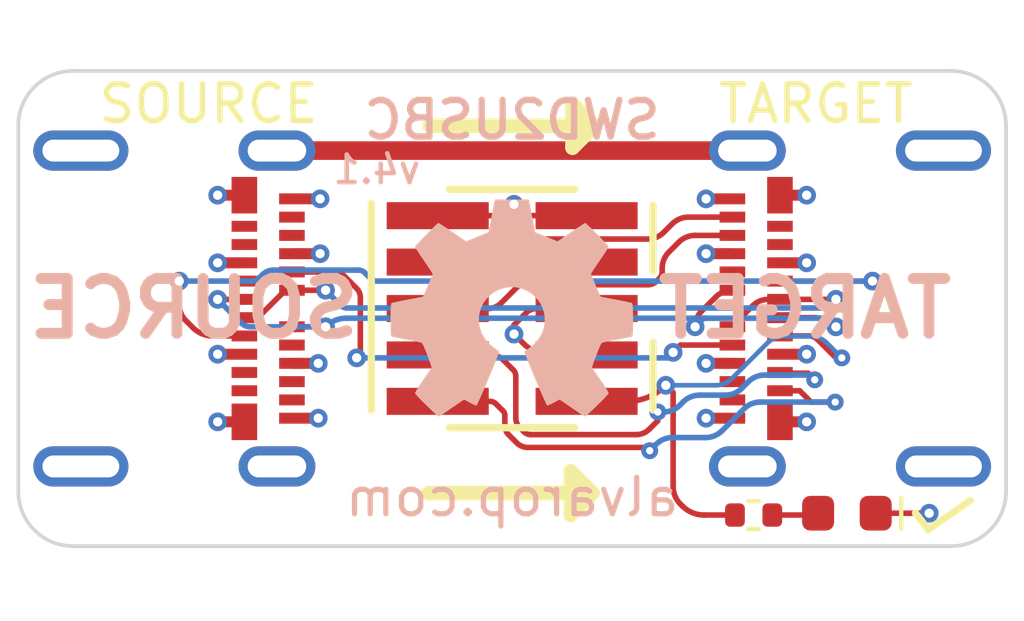
<source format=kicad_pcb>
(kicad_pcb (version 20240108) (generator "pcbnew") (generator_version "8.0")
  (title_block (title "SWD to USB-C") (date "2024-12-31") (rev "4.1") (company "Quesadillon LLC"))
  (layers (0 "F.Cu" signal) (1 "In1.Cu" signal "GND") (2 "In2.Cu" signal "PWR") (31 "B.Cu" signal) (34 "B.Paste" user) (35 "F.Paste" user) (36 "B.SilkS" user "B.Silkscreen") (37 "F.SilkS" user "F.Silkscreen") (38 "B.Mask" user) (39 "F.Mask" user) (44 "Edge.Cuts" user))
  (net 0 "")
  (net 1 "VBUS")
  (net 2 "GND")
  (net 3 "Net-(D1-A)")
  (net 4 "/D+")
  (net 5 "/D-")
  (net 8 "/SWDIO")
  (net 9 "/SWDCLK")
  (net 10 "/SWO")
  (net 13 "/NRST")
  (net 14 "/CC1")
  (net 15 "/CC2")
  (net 16 "/SBU2")
  (net 19 "/SHIELD")
  (footprint "alvarop:MOLEX-1054500101" (layer "F.Cu") (at 174.93 100 90)
    (property "Reference" "J3" (hide yes))
    (property "Value" "USB_C_Receptacle" (hide yes))
    (pad "A1" smd rect (at -3 -0.41 90) (size 0.3 0.7) (layers "F.Cu" "F.Paste" "F.Mask") (net 2 "GND"))
    (pad "A2" smd rect (at -2.5 -0.41 90) (size 0.3 0.7) (layers "F.Cu" "F.Paste" "F.Mask"))
    (pad "A3" smd rect (at -2 -0.41 90) (size 0.3 0.7) (layers "F.Cu" "F.Paste" "F.Mask"))
    (pad "A4" smd rect (at -1.5 -0.41 90) (size 0.3 0.7) (layers "F.Cu" "F.Paste" "F.Mask") (net 1 "VBUS"))
    (pad "A5" smd rect (at -1 -0.41 90) (size 0.3 0.7) (layers "F.Cu" "F.Paste" "F.Mask") (net 14 "/CC1"))
    (pad "A6" smd rect (at -0.5 -0.41 90) (size 0.3 0.7) (layers "F.Cu" "F.Paste" "F.Mask") (net 4 "/D+"))
    (pad "A7" smd rect (at 0.5 -0.41 90) (size 0.3 0.7) (layers "F.Cu" "F.Paste" "F.Mask") (net 5 "/D-"))
    (pad "A8" smd rect (at 1 -0.41 90) (size 0.3 0.7) (layers "F.Cu" "F.Paste" "F.Mask"))
    (pad "A9" smd rect (at 1.5 -0.41 90) (size 0.3 0.7) (layers "F.Cu" "F.Paste" "F.Mask") (net 1 "VBUS"))
    (pad "A10" smd rect (at 2 -0.41 90) (size 0.3 0.7) (layers "F.Cu" "F.Paste" "F.Mask") (net 10 "/SWO"))
    (pad "A11" smd rect (at 2.5 -0.41 90) (size 0.3 0.7) (layers "F.Cu" "F.Paste" "F.Mask") (net 13 "/NRST"))
    (pad "A12" smd rect (at 3 -0.41 90) (size 0.3 0.7) (layers "F.Cu" "F.Paste" "F.Mask") (net 2 "GND"))
    (pad "B1" smd rect (at 3.1 0.89 90) (size 1 0.7) (layers "F.Cu" "F.Paste" "F.Mask") (net 2 "GND"))
    (pad "B2" smd rect (at 2.25 0.89 90) (size 0.3 0.7) (layers "F.Cu" "F.Paste" "F.Mask"))
    (pad "B3" smd rect (at 1.75 0.89 90) (size 0.3 0.7) (layers "F.Cu" "F.Paste" "F.Mask"))
    (pad "B4" smd rect (at 1.25 0.89 90) (size 0.3 0.7) (layers "F.Cu" "F.Paste" "F.Mask") (net 1 "VBUS"))
    (pad "B5" smd rect (at 0.75 0.89 90) (size 0.3 0.7) (layers "F.Cu" "F.Paste" "F.Mask") (net 15 "/CC2"))
    (pad "B6" smd rect (at 0.25 0.89 90) (size 0.3 0.7) (layers "F.Cu" "F.Paste" "F.Mask") (net 4 "/D+"))
    (pad "B7" smd rect (at -0.25 0.89 90) (size 0.3 0.7) (layers "F.Cu" "F.Paste" "F.Mask") (net 5 "/D-"))
    (pad "B8" smd rect (at -0.75 0.89 90) (size 0.3 0.7) (layers "F.Cu" "F.Paste" "F.Mask") (net 16 "/SBU2"))
    (pad "B9" smd rect (at -1.25 0.89 90) (size 0.3 0.7) (layers "F.Cu" "F.Paste" "F.Mask") (net 1 "VBUS"))
    (pad "B10" smd rect (at -1.75 0.89 90) (size 0.3 0.7) (layers "F.Cu" "F.Paste" "F.Mask") (net 9 "/SWDCLK"))
    (pad "B11" smd rect (at -2.25 0.89 90) (size 0.3 0.7) (layers "F.Cu" "F.Paste" "F.Mask") (net 8 "/SWDIO"))
    (pad "B12" smd rect (at -3.1 0.89 90) (size 1 0.7) (layers "F.Cu" "F.Paste" "F.Mask") (net 2 "GND"))
    (pad "S1" thru_hole oval (at -4.32 0 90) (size 1.1 2.1) (drill oval 0.6 1.6) (layers "*.Cu" "*.Mask") (net 19 "/SHIELD"))
    (pad "S1" thru_hole oval (at -4.32 5.36 90) (size 1.1 2.6) (drill oval 0.6 2.1) (layers "*.Cu" "*.Mask") (net 19 "/SHIELD"))
    (pad "S1" thru_hole oval (at 4.32 0 90) (size 1.1 2.1) (drill oval 0.6 1.6) (layers "*.Cu" "*.Mask") (net 19 "/SHIELD"))
    (pad "S1" thru_hole oval (at 4.32 5.36 90) (size 1.1 2.6) (drill oval 0.6 2.1) (layers "*.Cu" "*.Mask") (net 19 "/SHIELD"))
  )
  (footprint "snapeda:SAMTEC_FTSH-105-01-F-DV-P-TR" (layer "F.Cu") (at 168.5 100 90)
    (property "Reference" "J2" (hide yes))
    (property "Value" "Conn_ARM_JTAG_SWD_10" (hide yes))
    (fp_line (start 3.26 -1.715) (end 3.26 -1.715) (stroke (width 0.2)) (layer "F.SilkS"))
    (fp_line (start 3.26 -1.715) (end 3.26 1.715) (stroke (width 0.2)) (layer "F.SilkS"))
    (fp_line (start -3.26 -1.715) (end -3.26 -1.715) (stroke (width 0.2)) (layer "F.SilkS"))
    (fp_line (start 3.26 1.715) (end 3.26 1.715) (stroke (width 0.2)) (layer "F.SilkS"))
    (fp_line (start -3.26 1.715) (end -3.26 -1.715) (stroke (width 0.2)) (layer "F.SilkS"))
    (fp_line (start -3.26 1.715) (end -3.26 1.715) (stroke (width 0.2)) (layer "F.SilkS"))
    (pad "1" smd rect (at -2.54 2.035 90) (size 0.74 2.79) (layers "F.Cu" "F.Paste" "F.Mask") (net 16 "/SBU2"))
    (pad "2" smd rect (at -2.54 -2.035 90) (size 0.74 2.79) (layers "F.Cu" "F.Paste" "F.Mask") (net 8 "/SWDIO"))
    (pad "3" smd rect (at -1.27 2.035 90) (size 0.74 2.79) (layers "F.Cu" "F.Paste" "F.Mask") (net 2 "GND"))
    (pad "4" smd rect (at -1.27 -2.035 90) (size 0.74 2.79) (layers "F.Cu" "F.Paste" "F.Mask") (net 9 "/SWDCLK"))
    (pad "5" smd rect (at 0 2.035 90) (size 0.74 2.79) (layers "F.Cu" "F.Paste" "F.Mask") (net 2 "GND"))
    (pad "6" smd rect (at 0 -2.035 90) (size 0.74 2.79) (layers "F.Cu" "F.Paste" "F.Mask") (net 10 "/SWO"))
    (pad "7" smd rect (at 1.27 2.035 90) (size 0.74 2.79) (layers "F.Cu" "F.Paste" "F.Mask"))
    (pad "8" smd rect (at 1.27 -2.035 90) (size 0.74 2.79) (layers "F.Cu" "F.Paste" "F.Mask"))
    (pad "9" smd rect (at 2.54 2.035 90) (size 0.74 2.79) (layers "F.Cu" "F.Paste" "F.Mask") (net 2 "GND"))
    (pad "10" smd rect (at 2.54 -2.035 90) (size 0.74 2.79) (layers "F.Cu" "F.Paste" "F.Mask") (net 13 "/NRST"))
  )
  (footprint "LED_SMD:LED_0603_1608Metric" (layer "F.Cu") (at 177.65 105.6 180)
    (property "Reference" "D1" (hide yes))
    (property "Value" "GREEN")
    (fp_line (start -1.485 -0.425) (end -1.485 0.425) (stroke (width 0.12)) (layer "F.SilkS"))
    (pad "1" smd roundrect (at -0.7875 0 180) (size 0.875 0.95) (layers "F.Cu" "F.Paste" "F.Mask") (net 2 "GND"))
    (pad "2" smd roundrect (at 0.7875 0 180) (size 0.875 0.95) (layers "F.Cu" "F.Paste" "F.Mask") (net 3 "Net-(D1-A)"))
  )
  (footprint "Resistor_SMD:R_0402_1005Metric" (layer "F.Cu") (at 175.1 105.65)
    (property "Reference" "R1" (hide yes))
    (property "Value" "1k")
    (fp_line (start -0.153641 -0.38) (end 0.153641 -0.38) (stroke (width 0.12)) (layer "F.SilkS"))
    (fp_line (start -0.153641 0.38) (end 0.153641 0.38) (stroke (width 0.12)) (layer "F.SilkS"))
    (pad "1" smd roundrect (at -0.51 0) (size 0.54 0.64) (layers "F.Cu" "F.Paste" "F.Mask") (net 16 "/SBU2"))
    (pad "2" smd roundrect (at 0.51 0) (size 0.54 0.64) (layers "F.Cu" "F.Paste" "F.Mask") (net 3 "Net-(D1-A)"))
  )
  (footprint "alvarop:MOLEX-1054500101" (layer "F.Cu") (at 162.07 100 -90)
    (property "Reference" "J1" (hide yes))
    (property "Value" "USB_C_Receptacle" (hide yes))
    (pad "A1" smd rect (at -3 -0.41 270) (size 0.3 0.7) (layers "F.Cu" "F.Paste" "F.Mask") (net 2 "GND"))
    (pad "A2" smd rect (at -2.5 -0.41 270) (size 0.3 0.7) (layers "F.Cu" "F.Paste" "F.Mask"))
    (pad "A3" smd rect (at -2 -0.41 270) (size 0.3 0.7) (layers "F.Cu" "F.Paste" "F.Mask"))
    (pad "A4" smd rect (at -1.5 -0.41 270) (size 0.3 0.7) (layers "F.Cu" "F.Paste" "F.Mask") (net 1 "VBUS"))
    (pad "A5" smd rect (at -1 -0.41 270) (size 0.3 0.7) (layers "F.Cu" "F.Paste" "F.Mask") (net 14 "/CC1"))
    (pad "A6" smd rect (at -0.5 -0.41 270) (size 0.3 0.7) (layers "F.Cu" "F.Paste" "F.Mask") (net 4 "/D+"))
    (pad "A7" smd rect (at 0.5 -0.41 270) (size 0.3 0.7) (layers "F.Cu" "F.Paste" "F.Mask") (net 5 "/D-"))
    (pad "A8" smd rect (at 1 -0.41 270) (size 0.3 0.7) (layers "F.Cu" "F.Paste" "F.Mask"))
    (pad "A9" smd rect (at 1.5 -0.41 270) (size 0.3 0.7) (layers "F.Cu" "F.Paste" "F.Mask") (net 1 "VBUS"))
    (pad "A10" smd rect (at 2 -0.41 270) (size 0.3 0.7) (layers "F.Cu" "F.Paste" "F.Mask"))
    (pad "A11" smd rect (at 2.5 -0.41 270) (size 0.3 0.7) (layers "F.Cu" "F.Paste" "F.Mask"))
    (pad "A12" smd rect (at 3 -0.41 270) (size 0.3 0.7) (layers "F.Cu" "F.Paste" "F.Mask") (net 2 "GND"))
    (pad "B1" smd rect (at 3.1 0.89 270) (size 1 0.7) (layers "F.Cu" "F.Paste" "F.Mask") (net 2 "GND"))
    (pad "B2" smd rect (at 2.25 0.89 270) (size 0.3 0.7) (layers "F.Cu" "F.Paste" "F.Mask"))
    (pad "B3" smd rect (at 1.75 0.89 270) (size 0.3 0.7) (layers "F.Cu" "F.Paste" "F.Mask"))
    (pad "B4" smd rect (at 1.25 0.89 270) (size 0.3 0.7) (layers "F.Cu" "F.Paste" "F.Mask") (net 1 "VBUS"))
    (pad "B5" smd rect (at 0.75 0.89 270) (size 0.3 0.7) (layers "F.Cu" "F.Paste" "F.Mask") (net 15 "/CC2"))
    (pad "B6" smd rect (at 0.25 0.89 270) (size 0.3 0.7) (layers "F.Cu" "F.Paste" "F.Mask") (net 4 "/D+"))
    (pad "B7" smd rect (at -0.25 0.89 270) (size 0.3 0.7) (layers "F.Cu" "F.Paste" "F.Mask") (net 5 "/D-"))
    (pad "B8" smd rect (at -0.75 0.89 270) (size 0.3 0.7) (layers "F.Cu" "F.Paste" "F.Mask"))
    (pad "B9" smd rect (at -1.25 0.89 270) (size 0.3 0.7) (layers "F.Cu" "F.Paste" "F.Mask") (net 1 "VBUS"))
    (pad "B10" smd rect (at -1.75 0.89 270) (size 0.3 0.7) (layers "F.Cu" "F.Paste" "F.Mask"))
    (pad "B11" smd rect (at -2.25 0.89 270) (size 0.3 0.7) (layers "F.Cu" "F.Paste" "F.Mask"))
    (pad "B12" smd rect (at -3.1 0.89 270) (size 1 0.7) (layers "F.Cu" "F.Paste" "F.Mask") (net 2 "GND"))
    (pad "S1" thru_hole oval (at -4.32 0 270) (size 1.1 2.1) (drill oval 0.6 1.6) (layers "*.Cu" "*.Mask") (net 19 "/SHIELD"))
    (pad "S1" thru_hole oval (at -4.32 5.36 270) (size 1.1 2.6) (drill oval 0.6 2.1) (layers "*.Cu" "*.Mask") (net 19 "/SHIELD"))
    (pad "S1" thru_hole oval (at 4.32 0 270) (size 1.1 2.1) (drill oval 0.6 1.6) (layers "*.Cu" "*.Mask") (net 19 "/SHIELD"))
    (pad "S1" thru_hole oval (at 4.32 5.36 270) (size 1.1 2.6) (drill oval 0.6 2.1) (layers "*.Cu" "*.Mask") (net 19 "/SHIELD"))
  )
  (footprint "Symbol:OSHW-Symbol_6.7x6mm_SilkScreen" (layer "B.Cu") (at 168.5 100 180)
    (property "Reference" "REF**" (hide yes))
    (property "Value" "OSHW-Symbol_6.7x6mm_SilkScreen" (hide yes))
    (fp_poly (pts (xy 0.555814 2.531069) (xy 0.639635 2.086445) (xy 0.94892 1.958947) (xy 1.258206 1.831449) (xy 1.629246 2.083754) (xy 1.733157 2.154004) (xy 1.827087 2.216728) (xy 1.906652 2.269062) (xy 1.96747 2.308143) (xy 2.005157 2.331107) (xy 2.015421 2.336058) (xy 2.03391 2.323324) (xy 2.07342 2.288118) (xy 2.129522 2.234938) (xy 2.197787 2.168282) (xy 2.273786 2.092646) (xy 2.353092 2.012528) (xy 2.431275 1.932426) (xy 2.503907 1.856836) (xy 2.566559 1.790255) (xy 2.614803 1.737182) (xy 2.64421 1.702113) (xy 2.651241 1.690377) (xy 2.641123 1.66874) (xy 2.612759 1.621338) (xy 2.569129 1.552807) (xy 2.513218 1.467785) (xy 2.448006 1.370907) (xy 2.410219 1.31565) (xy 2.341343 1.214752) (xy 2.28014 1.123701) (xy 2.229578 1.04703) (xy 2.192628 0.989272) (xy 2.172258 0.954957) (xy 2.169197 0.947746) (xy 2.176136 0.927252) (xy 2.195051 0.879487) (xy 2.223087 0.811168) (xy 2.257391 0.729011) (xy 2.295109 0.63973) (xy 2.333387 0.550042) (xy 2.36937 0.466662) (xy 2.400206 0.396306) (xy 2.423039 0.34569) (xy 2.435017 0.321529) (xy 2.435724 0.320578) (xy 2.454531 0.315964) (xy 2.504618 0.305672) (xy 2.580793 0.290713) (xy 2.677865 0.272099) (xy 2.790643 0.250841) (xy 2.856442 0.238582) (xy 2.97695 0.215638) (xy 3.085797 0.193805) (xy 3.177476 0.174278) (xy 3.246481 0.158252) (xy 3.287304 0.146921) (xy 3.295511 0.143326) (xy 3.303548 0.118994) (xy 3.310033 0.064041) (xy 3.31497 -0.015108) (xy 3.318364 -0.112026) (xy 3.320218 -0.220287) (xy 3.320538 -0.333465) (xy 3.319327 -0.445135) (xy 3.31659 -0.548868) (xy 3.312331 -0.638241) (xy 3.306555 -0.706826) (xy 3.299267 -0.748197) (xy 3.294895 -0.75681) (xy 3.268764 -0.767133) (xy 3.213393 -0.781892) (xy 3.136107 -0.799352) (xy 3.04423 -0.81778) (xy 3.012158 -0.823741) (xy 2.857524 -0.852066) (xy 2.735375 -0.874876) (xy 2.641673 -0.89308) (xy 2.572384 -0.907583) (xy 2.523471 -0.919292) (xy 2.490897 -0.929115) (xy 2.470628 -0.937956) (xy 2.458626 -0.946724) (xy 2.456947 -0.948457) (xy 2.440184 -0.976371) (xy 2.414614 -1.030695) (xy 2.382788 -1.104777) (xy 2.34726 -1.191965) (xy 2.310583 -1.285608) (xy 2.275311 -1.379052) (xy 2.243996 -1.465647) (xy 2.219193 -1.53874) (xy 2.203454 -1.591678) (xy 2.199332 -1.617811) (xy 2.199676 -1.618726) (xy 2.213641 -1.640086) (xy 2.245322 -1.687084) (xy 2.291391 -1.754827) (xy 2.348518 -1.838423) (xy 2.413373 -1.932982) (xy 2.431843 -1.959854) (xy 2.497699 -2.057275) (xy 2.55565 -2.146163) (xy 2.602538 -2.221412) (xy 2.635207 -2.27792) (xy 2.6505 -2.310581) (xy 2.651241 -2.314593) (xy 2.638392 -2.335684) (xy 2.602888 -2.377464) (xy 2.549293 -2.435445) (xy 2.482171 -2.505135) (xy 2.406087 -2.582045) (xy 2.325604 -2.661683) (xy 2.245287 -2.739561) (xy 2.169699 -2.811186) (xy 2.103405 -2.87207) (xy 2.050969 -2.917721) (xy 2.016955 -2.94365) (xy 2.007545 -2.947883) (xy 1.985643 -2.937912) (xy 1.9408 -2.91102) (xy 1.880321 -2.871736) (xy 1.833789 -2.840117) (xy 1.749475 -2.782098) (xy 1.649626 -2.713784) (xy 1.549473 -2.645579) (xy 1.495627 -2.609075) (xy 1.313371 -2.4858) (xy 1.160381 -2.56852) (xy 1.090682 -2.604759) (xy 1.031414 -2.632926) (xy 0.991311 -2.648991) (xy 0.981103 -2.651226) (xy 0.968829 -2.634722) (xy 0.944613 -2.588082) (xy 0.910263 -2.515609) (xy 0.867588 -2.421606) (xy 0.818394 -2.310374) (xy 0.76449 -2.186215) (xy 0.707684 -2.053432) (xy 0.649782 -1.916327) (xy 0.592593 -1.779202) (xy 0.537924 -1.646358) (xy 0.487584 -1.522098) (xy 0.44338 -1.410725) (xy 0.407119 -1.316539) (xy 0.380609 -1.243844) (xy 0.365658 -1.196941) (xy 0.363254 -1.180833) (xy 0.382311 -1.160286) (xy 0.424036 -1.126933) (xy 0.479706 -1.087702) (xy 0.484378 -1.084599) (xy 0.628264 -0.969423) (xy 0.744283 -0.835053) (xy 0.83143 -0.685784) (xy 0.888699 -0.525913) (xy 0.915086 -0.359737) (xy 0.909585 -0.191552) (xy 0.87119 -0.025655) (xy 0.798895 0.133658) (xy 0.777626 0.168513) (xy 0.666996 0.309263) (xy 0.536302 0.422286) (xy 0.390064 0.506997) (xy 0.232808 0.562806) (xy 0.069057 0.589126) (xy -0.096667 0.58537) (xy -0.259838 0.55095) (xy -0.415935 0.485277) (xy -0.560433 0.387765) (xy -0.605131 0.348187) (xy -0.718888 0.224297) (xy -0.801782 0.093876) (xy -0.858644 -0.052315) (xy -0.890313 -0.197088) (xy -0.898131 -0.35986) (xy -0.872062 -0.52344) (xy -0.814755 -0.682298) (xy -0.728856 -0.830906) (xy -0.617014 -0.963735) (xy -0.481877 -1.075256) (xy -0.464117 -1.087011) (xy -0.40785 -1.125508) (xy -0.365077 -1.158863) (xy -0.344628 -1.18016) (xy -0.344331 -1.180833) (xy -0.348721 -1.203871) (xy -0.366124 -1.256157) (xy -0.394732 -1.33339) (xy -0.432735 -1.431268) (xy -0.478326 -1.545491) (xy -0.529697 -1.671758) (xy -0.585038 -1.805767) (xy -0.642542 -1.943218) (xy -0.700399 -2.079808) (xy -0.756802 -2.211237) (xy -0.809942 -2.333205) (xy -0.85801 -2.441409) (xy -0.899199 -2.531549) (xy -0.931699 -2.599323) (xy -0.953703 -2.64043) (xy -0.962564 -2.651226) (xy -0.98964 -2.642819) (xy -1.040303 -2.620272) (xy -1.105817 -2.587613) (xy -1.141841 -2.56852) (xy -1.294832 -2.4858) (xy -1.477088 -2.609075) (xy -1.570125 -2.672228) (xy -1.671985 -2.741727) (xy -1.767438 -2.807165) (xy -1.81525 -2.840117) (xy -1.882495 -2.885273) (xy -1.939436 -2.921057) (xy -1.978646 -2.942938) (xy -1.991381 -2.947563) (xy -2.009917 -2.935085) (xy -2.050941 -2.900252) (xy -2.110475 -2.846678) (xy -2.184542 -2.777983) (xy -2.269165 -2.697781) (xy -2.322685 -2.646286) (xy -2.416319 -2.554286) (xy -2.497241 -2.471999) (xy -2.562177 -2.402945) (xy -2.607858 -2.350644) (xy -2.631011 -2.318616) (xy -2.633232 -2.312116) (xy -2.622924 -2.287394) (xy -2.594439 -2.237405) (xy -2.550937 -2.167212) (xy -2.495577 -2.081875) (xy -2.43152 -1.986456) (xy -2.413303 -1.959854) (xy -2.346927 -1.863167) (xy -2.287378 -1.776117) (xy -2.237984 -1.703595) (xy -2.202075 -1.650493) (xy -2.182981 -1.621703) (xy -2.181136 -1.618726) (xy -2.183895 -1.595782) (xy -2.198538 -1.545336) (xy -2.222513 -1.474041) (xy -2.253266 -1.388547) (xy -2.288244 -1.295507) (xy -2.324893 -1.201574) (xy -2.360661 -1.113399) (xy -2.392994 -1.037634) (xy -2.419338 -0.980931) (xy -2.437142 -0.949943) (xy -2.438407 -0.948457) (xy -2.449294 -0.939601) (xy -2.467682 -0.930843) (xy -2.497606 -0.921277) (xy -2.543103 -0.909996) (xy -2.608209 -0.896093) (xy -2.696961 -0.878663) (xy -2.813393 -0.856798) (xy -2.961542 -0.829591) (xy -2.993618 -0.823741) (xy -3.088686 -0.805374) (xy -3.171565 -0.787405) (xy -3.23493 -0.771569) (xy -3.271458 -0.7596) (xy -3.276356 -0.75681) (xy -3.284427 -0.732072) (xy -3.290987 -0.67679) (xy -3.296033 -0.597389) (xy -3.299559 -0.500296) (xy -3.301561 -0.391938) (xy -3.302036 -0.27874) (xy -3.300977 -0.167128) (xy -3.298382 -0.063529) (xy -3.294246 0.025632) (xy -3.288563 0.093928) (xy -3.281331 0.134934) (xy -3.276971 0.143326) (xy -3.252698 0.151792) (xy -3.197426 0.165565) (xy -3.116662 0.18345) (xy -3.015912 0.204252) (xy -2.900683 0.226777) (xy -2.837902 0.238582) (xy -2.718787 0.260849) (xy -2.612565 0.281021) (xy -2.524427 0.298085) (xy -2.459566 0.311031) (xy -2.423174 0.318845) (xy -2.417184 0.320578) (xy -2.407061 0.34011) (xy -2.385662 0.387157) (xy -2.355839 0.454997) (xy -2.320445 0.536909) (xy -2.282332 0.626172) (xy -2.244353 0.716065) (xy -2.20936 0.799865) (xy -2.180206 0.870853) (xy -2.159743 0.922306) (xy -2.150823 0.947503) (xy -2.150657 0.948604) (xy -2.160769 0.968481) (xy -2.189117 1.014223) (xy -2.232723 1.081283) (xy -2.288606 1.165116) (xy -2.353787 1.261174) (xy -2.391679 1.31635) (xy -2.460725 1.417519) (xy -2.52205 1.50937) (xy -2.572663 1.587256) (xy -2.609571 1.646531) (xy -2.629782 1.682549) (xy -2.632701 1.690623) (xy -2.620153 1.709416) (xy -2.585463 1.749543) (xy -2.533063 1.806507) (xy -2.467384 1.875815) (xy -2.392856 1.952969) (xy -2.313913 2.033475) (xy -2.234983 2.112837) (xy -2.1605 2.18656) (xy -2.094894 2.250148) (xy -2.042596 2.299106) (xy -2.008039 2.328939) (xy -1.996478 2.336058) (xy -1.977654 2.326047) (xy -1.932631 2.297922) (xy -1.865787 2.254546) (xy -1.781499 2.198782) (xy -1.684144 2.133494) (xy -1.610707 2.083754) (xy -1.239667 1.831449) (xy -0.621095 2.086445) (xy -0.537275 2.531069) (xy -0.453454 2.975693) (xy 0.471994 2.975693) (xy 0.555814 2.531069)) (stroke (width 0.01)) (fill solid) (layer "B.SilkS"))
  )
  (gr_line (start 170.75 95) (end 170.15 95.6) (stroke (width 0.4)) (layer "F.SilkS"))
  (gr_line (start 172.35 98.975) (end 172.35 97.175) (stroke (width 0.2)) (layer "F.SilkS"))
  (gr_line (start 170.7 105.05) (end 170.1 105.65) (stroke (width 0.4)) (layer "F.SilkS"))
  (gr_line (start 170.7 105.05) (end 170.1 104.45) (stroke (width 0.4)) (layer "F.SilkS"))
  (gr_line (start 170.75 95) (end 170.15 94.4) (stroke (width 0.4)) (layer "F.SilkS"))
  (gr_line (start 164.65 102.775) (end 164.65 97.125) (stroke (width 0.2)) (layer "F.SilkS"))
  (gr_line (start 170.1 105.65) (end 170.1 104.45) (stroke (width 0.4)) (layer "F.SilkS"))
  (gr_line (start 179.875 106.05) (end 181.025 105.25) (stroke (width 0.2)) (layer "F.SilkS"))
  (gr_line (start 179.525 105.6) (end 179.875 106.05) (stroke (width 0.2)) (layer "F.SilkS"))
  (gr_line (start 166.25 95) (end 170.75 95) (stroke (width 0.4)) (layer "F.SilkS"))
  (gr_line (start 170.15 95.6) (end 170.15 94.4) (stroke (width 0.4)) (layer "F.SilkS"))
  (gr_line (start 166.2 105.05) (end 170.7 105.05) (stroke (width 0.4)) (layer "F.SilkS"))
  (gr_line (start 172.35 100.925) (end 172.35 102.775) (stroke (width 0.2)) (layer "F.SilkS"))
  (gr_line (start 180.5 106.5) (end 156.5 106.5) (stroke (width 0.1)) (layer "Edge.Cuts"))
  (gr_arc (start 156.5 106.5) (mid 155.43934 106.06066) (end 155 105) (stroke (width 0.1)) (layer "Edge.Cuts"))
  (gr_arc (start 155 95) (mid 155.43934 93.93934) (end 156.5 93.5) (stroke (width 0.1)) (layer "Edge.Cuts"))
  (gr_arc (start 180.5 93.5) (mid 181.56066 93.93934) (end 182 95) (stroke (width 0.1)) (layer "Edge.Cuts"))
  (gr_line (start 182 95) (end 182 105) (stroke (width 0.1)) (layer "Edge.Cuts"))
  (gr_arc (start 182 105) (mid 181.56066 106.06066) (end 180.5 106.5) (stroke (width 0.1)) (layer "Edge.Cuts"))
  (gr_line (start 155 105) (end 155 95) (stroke (width 0.1)) (layer "Edge.Cuts"))
  (gr_line (start 156.5 93.5) (end 180.5 93.5) (stroke (width 0.1)) (layer "Edge.Cuts"))
  (gr_text "alvarop.com" (at 168.5 105.16 0) (layer "B.SilkS") (effects (font (size 1 1) (thickness 0.142857)) (justify mirror)))
  (gr_text "v${REVISION}" (at 164.8 96.2 0) (layer "B.SilkS") (effects (font (size 0.75 0.75) (thickness 0.125)) (justify mirror)))
  (gr_text "TARGET" (at 176.5 100 0) (layer "B.SilkS") (effects (font (size 1.5 1.5) (thickness 0.3) (bold yes)) (justify mirror)))
  (gr_text "SWD2USBC" (at 168.5 94.84 0) (layer "B.SilkS") (effects (font (size 1 1) (thickness 0.175)) (justify mirror)))
  (gr_text "SOURCE" (at 159.8 100 0) (layer "B.SilkS") (effects (font (size 1.5 1.5) (thickness 0.3) (bold yes)) (justify mirror)))
  (gr_text "TARGET" (at 176.8 94.4 0) (layer "F.SilkS") (effects (font (size 1 1))))
  (gr_text "SOURCE" (at 160.2 94.4 0) (layer "F.SilkS") (effects (font (size 1 1))))
  (segment (start 174.52 98.5) (end 173.8 98.5) (width 0.3) (layer "F.Cu") (net 1))
  (segment (start 161.18 101.25) (end 160.45 101.25) (width 0.3) (layer "F.Cu") (net 1))
  (segment (start 174.52 101.5) (end 173.8 101.5) (width 0.3) (layer "F.Cu") (net 1))
  (segment (start 175.82 101.25) (end 176.55 101.25) (width 0.3) (layer "F.Cu") (net 1))
  (segment (start 175.82 98.75) (end 176.55 98.75) (width 0.3) (layer "F.Cu") (net 1))
  (segment (start 161.18 98.75) (end 160.45 98.75) (width 0.3) (layer "F.Cu") (net 1))
  (segment (start 162.48 98.5) (end 163.25 98.5) (width 0.3) (layer "F.Cu") (net 1))
  (segment (start 162.48 101.5) (end 163.2 101.5) (width 0.3) (layer "F.Cu") (net 1))
  (via (at 160.45 98.75) (size 0.508) (drill 0.254) (layers "F.Cu" "B.Cu") (net 1))
  (via (at 160.45 101.25) (size 0.508) (drill 0.254) (layers "F.Cu" "B.Cu") (net 1))
  (via (at 173.8 101.5) (size 0.508) (drill 0.254) (layers "F.Cu" "B.Cu") (net 1))
  (via (at 176.55 101.25) (size 0.508) (drill 0.254) (layers "F.Cu" "B.Cu") (net 1))
  (via (at 163.25 98.5) (size 0.508) (drill 0.254) (layers "F.Cu" "B.Cu") (net 1))
  (via (at 173.8 98.5) (size 0.508) (drill 0.254) (layers "F.Cu" "B.Cu") (net 1))
  (via (at 176.55 98.75) (size 0.508) (drill 0.254) (layers "F.Cu" "B.Cu") (net 1))
  (via (at 163.2 101.5) (size 0.508) (drill 0.254) (layers "F.Cu" "B.Cu") (net 1))
  (segment (start 175.82 96.9) (end 176.55 96.9) (width 0.3) (layer "F.Cu") (net 2))
  (segment (start 175.82 103.1) (end 176.55 103.1) (width 0.3) (layer "F.Cu") (net 2))
  (segment (start 174.52 97) (end 173.8 97) (width 0.3) (layer "F.Cu") (net 2))
  (segment (start 174.52 103) (end 173.8 103) (width 0.3) (layer "F.Cu") (net 2))
  (segment (start 162.48 97) (end 163.25 97) (width 0.3) (layer "F.Cu") (net 2))
  (segment (start 178.4375 105.6) (end 179.9 105.6) (width 0.1524) (layer "F.Cu") (net 2))
  (segment (start 162.48 103) (end 163.2 103) (width 0.3) (layer "F.Cu") (net 2))
  (segment (start 168.55 97.15) (end 168.697365 97.297365) (width 0.1524) (layer "F.Cu") (net 2))
  (segment (start 170.535 97.46) (end 169.09 97.46) (width 0.1524) (layer "F.Cu") (net 2))
  (segment (start 169.572548 101.27) (end 170.535 101.27) (width 0.1524) (layer "F.Cu") (net 2))
  (segment (start 168.55 100.7) (end 168.55 100.45) (width 0.1524) (layer "F.Cu") (net 2))
  (segment (start 161.18 96.9) (end 160.45 96.9) (width 0.3) (layer "F.Cu") (net 2))
  (segment (start 168.8 100.95) (end 168.55 100.7) (width 0.1524) (layer "F.Cu") (net 2))
  (segment (start 168.55 100.45) (end 168.875 100.125) (width 0.1524) (layer "F.Cu") (net 2))
  (segment (start 169.176776 100) (end 170.535 100) (width 0.1524) (layer "F.Cu") (net 2))
  (segment (start 161.18 103.1) (end 160.45 103.1) (width 0.3) (layer "F.Cu") (net 2))
  (via (at 173.8 103) (size 0.508) (drill 0.254) (layers "F.Cu" "B.Cu") (net 2))
  (via (at 179.9 105.6) (size 0.508) (drill 0.254) (layers "F.Cu" "B.Cu") (net 2))
  (via (at 176.55 96.9) (size 0.508) (drill 0.254) (layers "F.Cu" "B.Cu") (net 2))
  (via (at 173.8 97) (size 0.508) (drill 0.254) (layers "F.Cu" "B.Cu") (net 2))
  (via (at 160.45 96.9) (size 0.508) (drill 0.254) (layers "F.Cu" "B.Cu") (net 2))
  (via (at 168.55 97.15) (size 0.508) (drill 0.254) (layers "F.Cu" "B.Cu") (net 2))
  (via (at 163.25 97) (size 0.508) (drill 0.254) (layers "F.Cu" "B.Cu") (net 2))
  (via (at 163.2 103) (size 0.508) (drill 0.254) (layers "F.Cu" "B.Cu") (net 2))
  (via (at 168.55 100.7) (size 0.508) (drill 0.254) (layers "F.Cu" "B.Cu") (net 2))
  (via (at 160.45 103.1) (size 0.508) (drill 0.254) (layers "F.Cu" "B.Cu") (net 2))
  (via (at 176.55 103.1) (size 0.508) (drill 0.254) (layers "F.Cu" "B.Cu") (net 2))
  (arc (start 168.8 100.95) (mid 169.154448 101.186835) (end 169.572548 101.27) (width 0.1524) (layer "F.Cu") (net 2))
  (arc (start 168.697365 97.297365) (mid 168.877507 97.417732) (end 169.09 97.46) (width 0.1524) (layer "F.Cu") (net 2))
  (arc (start 168.875 100.125) (mid 169.013456 100.032487) (end 169.176776 100) (width 0.1524) (layer "F.Cu") (net 2))
  (segment (start 175.61 105.65) (end 176.8125 105.65) (width 0.1524) (layer "F.Cu") (net 3))
  (segment (start 176.8125 105.65) (end 176.8625 105.6) (width 0.1524) (layer "F.Cu") (net 3))
  (segment (start 161.7 100.1) (end 162.17272 99.62728) (width 0.1524) (layer "F.Cu") (net 4))
  (segment (start 175.497487 99.75) (end 175.82 99.75) (width 0.1524) (layer "F.Cu") (net 4))
  (segment (start 163.15 99.5) (end 163.4 99.5) (width 0.1524) (layer "F.Cu") (net 4))
  (segment (start 163.15 99.5) (end 162.48 99.5) (width 0.1524) (layer "F.Cu") (net 4))
  (segment (start 174.534142 100.465858) (end 175.075 99.925) (width 0.1524) (layer "F.Cu") (net 4))
  (segment (start 175.82 99.75) (end 177.348 99.75) (width 0.1524) (layer "F.Cu") (net 4))
  (segment (start 161.18 100.25) (end 161.337868 100.25) (width 0.1524) (layer "F.Cu") (net 4))
  (segment (start 177.348 99.75) (end 177.35 99.748) (width 0.1524) (layer "F.Cu") (net 4))
  (via (at 163.4 99.5) (size 0.508) (drill 0.254) (layers "F.Cu" "B.Cu") (net 4))
  (via (at 177.35 99.748) (size 0.508) (drill 0.254) (layers "F.Cu" "B.Cu") (net 4))
  (arc (start 162.17272 99.62728) (mid 162.313701 99.533079) (end 162.48 99.5) (width 0.1524) (layer "F.Cu") (net 4))
  (arc (start 161.337868 100.25) (mid 161.533852 100.211016) (end 161.7 100.1) (width 0.1524) (layer "F.Cu") (net 4))
  (arc (start 174.52 100.5) (mid 174.523675 100.481523) (end 174.534142 100.465858) (width 0.1524) (layer "F.Cu") (net 4))
  (arc (start 175.075 99.925) (mid 175.268839 99.795481) (end 175.497487 99.75) (width 0.1524) (layer "F.Cu") (net 4))
  (segment (start 163.9853 99.9853) (end 176.9353 99.9853) (width 0.1524) (layer "B.Cu") (net 4))
  (segment (start 177.23814 99.859859) (end 177.35 99.748) (width 0.1524) (layer "B.Cu") (net 4))
  (segment (start 163.81459 99.914589) (end 163.4 99.5) (width 0.1524) (layer "B.Cu") (net 4))
  (arc (start 163.9853 99.9853) (mid 163.892912 99.966923) (end 163.81459 99.914589) (width 0.1524) (layer "B.Cu") (net 4))
  (arc (start 176.9353 99.9853) (mid 177.099196 99.952699) (end 177.23814 99.859859) (width 0.1524) (layer "B.Cu") (net 4))
  (segment (start 175.82 100.25) (end 176.741619 100.25) (width 0.1524) (layer "F.Cu") (net 5))
  (segment (start 161.18 99.75) (end 160.45 99.75) (width 0.1524) (layer "F.Cu") (net 5))
  (segment (start 174.059081 99.690919) (end 173.676777 100.073223) (width 0.1524) (layer "F.Cu") (net 5))
  (segment (start 162.48 100.5) (end 163.4 100.5) (width 0.1524) (layer "F.Cu") (net 5))
  (via (at 177.35 100.502) (size 0.508) (drill 0.254) (layers "F.Cu" "B.Cu") (net 5))
  (via (at 173.5 100.5) (size 0.508) (drill 0.254) (layers "F.Cu" "B.Cu") (net 5))
  (via (at 163.4 100.5) (size 0.508) (drill 0.254) (layers "F.Cu" "B.Cu") (net 5))
  (via (at 160.45 99.75) (size 0.508) (drill 0.254) (layers "F.Cu" "B.Cu") (net 5))
  (arc (start 176.741619 100.25) (mid 177.070872 100.315493) (end 177.35 100.502) (width 0.1524) (layer "F.Cu") (net 5))
  (arc (start 174.52 99.5) (mid 174.270552 99.549618) (end 174.059081 99.690919) (width 0.1524) (layer "F.Cu") (net 5))
  (arc (start 173.676777 100.073223) (mid 173.545943 100.26903) (end 173.5 100.5) (width 0.1524) (layer "F.Cu") (net 5))
  (segment (start 173.7853 100.2647) (end 176.9147 100.2647) (width 0.1524) (layer "B.Cu") (net 5))
  (segment (start 161.341421 100.5) (end 163.4 100.5) (width 0.1524) (layer "B.Cu") (net 5))
  (segment (start 160.45 99.75) (end 161.1 100.4) (width 0.1524) (layer "B.Cu") (net 5))
  (segment (start 177.252707 100.404707) (end 177.35 100.502) (width 0.1524) (layer "B.Cu") (net 5))
  (segment (start 173.5 100.5) (end 173.7353 100.2647) (width 0.1524) (layer "B.Cu") (net 5))
  (segment (start 173.7353 100.2647) (end 173.7853 100.2647) (width 0.1524) (layer "B.Cu") (net 5))
  (segment (start 173.7853 100.2647) (end 163.968064 100.2647) (width 0.1524) (layer "B.Cu") (net 5))
  (arc (start 163.968064 100.2647) (mid 163.66063 100.325852) (end 163.4 100.5) (width 0.1524) (layer "B.Cu") (net 5))
  (arc (start 161.1 100.4) (mid 161.210765 100.474011) (end 161.341421 100.5) (width 0.1524) (layer "B.Cu") (net 5))
  (arc (start 176.9147 100.2647) (mid 177.097628 100.301087) (end 177.252707 100.404707) (width 0.1524) (layer "B.Cu") (net 5))
  (segment (start 168.1 102.65) (end 168.25 102.8) (width 0.1524) (layer "F.Cu") (net 8))
  (segment (start 168.3 102.92071) (end 168.3 103.2) (width 0.1524) (layer "F.Cu") (net 8))
  (segment (start 168.926776 103.8) (end 172.05 103.8) (width 0.1524) (layer "F.Cu") (net 8))
  (segment (start 172.17 103.8) (end 172.26 103.89) (width 0.1524) (layer "F.Cu") (net 8))
  (segment (start 168.406066 103.456066) (end 168.625 103.675) (width 0.1524) (layer "F.Cu") (net 8))
  (segment (start 176.36 102.25) (end 175.82 102.25) (width 0.1524) (layer "F.Cu") (net 8))
  (segment (start 172.05 103.8) (end 172.17 103.8) (width 0.1524) (layer "F.Cu") (net 8))
  (segment (start 177.33 102.56) (end 176.67 102.56) (width 0.1524) (layer "F.Cu") (net 8))
  (segment (start 168.06071 102.610711) (end 168.1 102.65) (width 0.1524) (layer "F.Cu") (net 8))
  (segment (start 176.67 102.56) (end 176.36 102.25) (width 0.1524) (layer "F.Cu") (net 8))
  (segment (start 166.465 102.54) (end 167.89 102.54) (width 0.1524) (layer "F.Cu") (net 8))
  (via (at 177.33 102.56) (size 0.46) (drill 0.2) (layers "F.Cu" "B.Cu") (net 8))
  (via (at 172.26 103.89) (size 0.46) (drill 0.2) (layers "F.Cu" "B.Cu") (net 8))
  (arc (start 168.25 102.8) (mid 168.287005 102.855382) (end 168.3 102.92071) (width 0.1524) (layer "F.Cu") (net 8))
  (arc (start 168.3 103.2) (mid 168.327566 103.338582) (end 168.406066 103.456066) (width 0.1524) (layer "F.Cu") (net 8))
  (arc (start 167.89 102.54) (mid 167.982388 102.558377) (end 168.06071 102.610711) (width 0.1524) (layer "F.Cu") (net 8))
  (arc (start 168.625 103.675) (mid 168.763456 103.767513) (end 168.926776 103.8) (width 0.1524) (layer "F.Cu") (net 8))
  (segment (start 174.235987 103.344013) (end 174.834013 102.745987) (width 0.1524) (layer "B.Cu") (net 8))
  (segment (start 172.26 103.89) (end 172.434013 103.715987) (width 0.1524) (layer "B.Cu") (net 8))
  (segment (start 175.283026 102.56) (end 177.33 102.56) (width 0.1524) (layer "B.Cu") (net 8))
  (segment (start 172.883026 103.53) (end 173.623026 103.53) (width 0.1524) (layer "B.Cu") (net 8))
  (segment (start 173.623026 103.53) (end 173.786974 103.53) (width 0.1524) (layer "B.Cu") (net 8))
  (arc (start 173.786974 103.53) (mid 174.029978 103.481664) (end 174.235987 103.344013) (width 0.1524) (layer "B.Cu") (net 8))
  (arc (start 175.283026 102.56) (mid 175.040022 102.608336) (end 174.834013 102.745987) (width 0.1524) (layer "B.Cu") (net 8))
  (arc (start 172.434013 103.715987) (mid 172.640022 103.578336) (end 172.883026 103.53) (width 0.1524) (layer "B.Cu") (net 8))
  (segment (start 168.706066 103.256066) (end 168.825 103.375) (width 0.1524) (layer "F.Cu") (net 9))
  (segment (start 175.84 101.77) (end 175.82 101.75) (width 0.1524) (layer "F.Cu") (net 9))
  (segment (start 168.261422 101.411421) (end 168.475 101.625) (width 0.1524) (layer "F.Cu") (net 9))
  (segment (start 168.6 101.85) (end 168.6 103) (width 0.1524) (layer "F.Cu") (net 9))
  (segment (start 168.475 101.625) (end 168.529289 101.67929) (width 0.1524) (layer "F.Cu") (net 9))
  (segment (start 169.006066 103.45) (end 171.887868 103.45) (width 0.1524) (layer "F.Cu") (net 9))
  (segment (start 172.48 103.07) (end 172.48 102.83) (width 0.1524) (layer "F.Cu") (net 9))
  (segment (start 172.25 103.3) (end 172.48 103.07) (width 0.1524) (layer "F.Cu") (net 9))
  (segment (start 176.59 101.77) (end 175.84 101.77) (width 0.1524) (layer "F.Cu") (net 9))
  (segment (start 166.465 101.27) (end 167.92 101.27) (width 0.1524) (layer "F.Cu") (net 9))
  (segment (start 176.77 101.95) (end 176.59 101.77) (width 0.1524) (layer "F.Cu") (net 9))
  (via (at 172.48 102.83) (size 0.46) (drill 0.2) (layers "F.Cu" "B.Cu") (net 9))
  (via (at 176.77 101.95) (size 0.46) (drill 0.2) (layers "F.Cu" "B.Cu") (net 9))
  (arc (start 168.825 103.375) (mid 168.908074 103.430508) (end 169.006066 103.45) (width 0.1524) (layer "F.Cu") (net 9))
  (arc (start 171.887868 103.45) (mid 172.083852 103.411016) (end 172.25 103.3) (width 0.1524) (layer "F.Cu") (net 9))
  (arc (start 167.92 101.27) (mid 168.104776 101.306754) (end 168.261422 101.411421) (width 0.1524) (layer "F.Cu") (net 9))
  (arc (start 168.529289 101.67929) (mid 168.581623 101.757612) (end 168.6 101.85) (width 0.1524) (layer "F.Cu") (net 9))
  (arc (start 168.6 103) (mid 168.627566 103.138582) (end 168.706066 103.256066) (width 0.1524) (layer "F.Cu") (net 9))
  (segment (start 172.636974 102.83) (end 172.48 102.83) (width 0.1524) (layer "B.Cu") (net 9))
  (segment (start 176.64 101.82) (end 175.403026 101.82) (width 0.1524) (layer "B.Cu") (net 9))
  (segment (start 173.174013 102.555987) (end 173.085987 102.644013) (width 0.1524) (layer "B.Cu") (net 9))
  (segment (start 176.77 101.95) (end 176.64 101.82) (width 0.1524) (layer "B.Cu") (net 9))
  (segment (start 174.954013 102.005987) (end 174.775987 102.184013) (width 0.1524) (layer "B.Cu") (net 9))
  (segment (start 174.326974 102.37) (end 173.623026 102.37) (width 0.1524) (layer "B.Cu") (net 9))
  (arc (start 175.403026 101.82) (mid 175.160022 101.868336) (end 174.954013 102.005987) (width 0.1524) (layer "B.Cu") (net 9))
  (arc (start 174.775987 102.184013) (mid 174.569978 102.321664) (end 174.326974 102.37) (width 0.1524) (layer "B.Cu") (net 9))
  (arc (start 172.636974 102.83) (mid 172.879978 102.781664) (end 173.085987 102.644013) (width 0.1524) (layer "B.Cu") (net 9))
  (arc (start 173.174013 102.555987) (mid 173.380022 102.418336) (end 173.623026 102.37) (width 0.1524) (layer "B.Cu") (net 9))
  (segment (start 172.6 98.993934) (end 172.6 98.903026) (width 0.1524) (layer "F.Cu") (net 10))
  (segment (start 172.45 99.25) (end 172.525 99.175) (width 0.1524) (layer "F.Cu") (net 10))
  (segment (start 172.785987 98.454013) (end 173.054013 98.185987) (width 0.1524) (layer "F.Cu") (net 10))
  (segment (start 168.8 99.35) (end 172.208579 99.35) (width 0.1524) (layer "F.Cu") (net 10))
  (segment (start 168.55 99.5) (end 168.62929 99.420711) (width 0.1524) (layer "F.Cu") (net 10))
  (segment (start 168.2 99.85) (end 168.55 99.5) (width 0.1524) (layer "F.Cu") (net 10))
  (segment (start 166.465 100) (end 167.837868 100) (width 0.1524) (layer "F.Cu") (net 10))
  (segment (start 173.503026 98) (end 174.52 98) (width 0.1524) (layer "F.Cu") (net 10))
  (arc (start 172.208579 99.35) (mid 172.339235 99.32401) (end 172.45 99.25) (width 0.1524) (layer "F.Cu") (net 10))
  (arc (start 172.525 99.175) (mid 172.580508 99.091926) (end 172.6 98.993934) (width 0.1524) (layer "F.Cu") (net 10))
  (arc (start 168.62929 99.420711) (mid 168.707612 99.368377) (end 168.8 99.35) (width 0.1524) (layer "F.Cu") (net 10))
  (arc (start 172.785987 98.454013) (mid 172.648336 98.660022) (end 172.6 98.903026) (width 0.1524) (layer "F.Cu") (net 10))
  (arc (start 173.054013 98.185987) (mid 173.260022 98.048336) (end 173.503026 98) (width 0.1524) (layer "F.Cu") (net 10))
  (arc (start 167.837868 100) (mid 168.033852 99.961016) (end 168.2 99.85) (width 0.1524) (layer "F.Cu") (net 10))
  (segment (start 166.465 97.46) (end 167.89 97.46) (width 0.1524) (layer "F.Cu") (net 13))
  (segment (start 168.180208 97.580208) (end 168.55 97.95) (width 0.1524) (layer "F.Cu") (net 13))
  (segment (start 172.645987 97.914013) (end 172.874013 97.685987) (width 0.1524) (layer "F.Cu") (net 13))
  (segment (start 168.912132 98.1) (end 172.196974 98.1) (width 0.1524) (layer "F.Cu") (net 13))
  (segment (start 173.323026 97.5) (end 174.52 97.5) (width 0.1524) (layer "F.Cu") (net 13))
  (arc (start 168.55 97.95) (mid 168.716148 98.061016) (end 168.912132 98.1) (width 0.1524) (layer "F.Cu") (net 13))
  (arc (start 167.89 97.46) (mid 168.047059 97.491241) (end 168.180208 97.580208) (width 0.1524) (layer "F.Cu") (net 13))
  (arc (start 172.196974 98.1) (mid 172.439978 98.051664) (end 172.645987 97.914013) (width 0.1524) (layer "F.Cu") (net 13))
  (arc (start 172.874013 97.685987) (mid 173.080022 97.548336) (end 173.323026 97.5) (width 0.1524) (layer "F.Cu") (net 13))
  (segment (start 164.35 99.7) (end 164.35 101.25) (width 0.1524) (layer "F.Cu") (net 14))
  (segment (start 173.1 101) (end 172.9 101.2) (width 0.1524) (layer "F.Cu") (net 14))
  (segment (start 164.243934 99.443934) (end 163.925 99.125) (width 0.1524) (layer "F.Cu") (net 14))
  (segment (start 164.35 101.25) (end 164.25 101.35) (width 0.1524) (layer "F.Cu") (net 14))
  (segment (start 174.52 101) (end 173.1 101) (width 0.1524) (layer "F.Cu") (net 14))
  (segment (start 162.48 99) (end 163.623224 99) (width 0.1524) (layer "F.Cu") (net 14))
  (via (at 164.25 101.35) (size 0.508) (drill 0.254) (layers "F.Cu" "B.Cu") (net 14))
  (via (at 172.9 101.2) (size 0.508) (drill 0.254) (layers "F.Cu" "B.Cu") (net 14))
  (arc (start 164.35 99.7) (mid 164.322434 99.561418) (end 164.243934 99.443934) (width 0.1524) (layer "F.Cu") (net 14))
  (arc (start 163.623224 99) (mid 163.786544 99.032487) (end 163.925 99.125) (width 0.1524) (layer "F.Cu") (net 14))
  (segment (start 172.75 101.35) (end 164.25 101.35) (width 0.1524) (layer "B.Cu") (net 14))
  (segment (start 172.9 101.2) (end 172.75 101.35) (width 0.1524) (layer "B.Cu") (net 14))
  (segment (start 178.35 99.25) (end 178 99.25) (width 0.1524) (layer "F.Cu") (net 15))
  (segment (start 175.82 99.25) (end 177.4 99.25) (width 0.1524) (layer "F.Cu") (net 15))
  (segment (start 177.7 99.25) (end 178 99.25) (width 0.1524) (layer "F.Cu") (net 15))
  (segment (start 159.4 99.9) (end 159.4 99.25) (width 0.1524) (layer "F.Cu") (net 15))
  (segment (start 159.576777 100.326776) (end 159.625 100.375) (width 0.1524) (layer "F.Cu") (net 15))
  (segment (start 159.775 100.525) (end 159.625 100.375) (width 0.1524) (layer "F.Cu") (net 15))
  (segment (start 161.18 100.75) (end 160.318198 100.75) (width 0.1524) (layer "F.Cu") (net 15))
  (segment (start 177.4 99.25) (end 177.7 99.25) (width 0.1524) (layer "F.Cu") (net 15))
  (via (at 159.4 99.25) (size 0.508) (drill 0.254) (layers "F.Cu" "B.Cu") (net 15))
  (via (at 178.35 99.25) (size 0.508) (drill 0.254) (layers "F.Cu" "B.Cu") (net 15))
  (arc (start 160.318198 100.75) (mid 160.024221 100.691524) (end 159.775 100.525) (width 0.1524) (layer "F.Cu") (net 15))
  (arc (start 159.4 99.9) (mid 159.445943 100.13097) (end 159.576777 100.326776) (width 0.1524) (layer "F.Cu") (net 15))
  (segment (start 178.35 99.25) (end 164.8 99.25) (width 0.1524) (layer "B.Cu") (net 15))
  (segment (start 164.62929 99.179289) (end 164.625 99.175) (width 0.1524) (layer "B.Cu") (net 15))
  (segment (start 161.675 99.075) (end 161.575 99.175) (width 0.1524) (layer "B.Cu") (net 15))
  (segment (start 164.3 98.95) (end 161.976776 98.95) (width 0.1524) (layer "B.Cu") (net 15))
  (segment (start 164.625 99.175) (end 164.47071 99.020711) (width 0.1524) (layer "B.Cu") (net 15))
  (segment (start 161.393934 99.25) (end 159.4 99.25) (width 0.1524) (layer "B.Cu") (net 15))
  (arc (start 164.47071 99.020711) (mid 164.392388 98.968377) (end 164.3 98.95) (width 0.1524) (layer "B.Cu") (net 15))
  (arc (start 164.8 99.25) (mid 164.707612 99.231623) (end 164.62929 99.179289) (width 0.1524) (layer "B.Cu") (net 15))
  (arc (start 161.976776 98.95) (mid 161.813456 98.982486) (end 161.675 99.075) (width 0.1524) (layer "B.Cu") (net 15))
  (arc (start 161.575 99.175) (mid 161.491926 99.230508) (end 161.393934 99.25) (width 0.1524) (layer "B.Cu") (net 15))
  (segment (start 177.35 101.35) (end 177.51 101.35) (width 0.1524) (layer "F.Cu") (net 16))
  (segment (start 173.152512 105.402513) (end 173.15 105.4) (width 0.1524) (layer "F.Cu") (net 16))
  (segment (start 172.9 102.3) (end 172.7 102.1) (width 0.1524) (layer "F.Cu") (net 16))
  (segment (start 170.535 102.54) (end 171.637747 102.54) (width 0.1524) (layer "F.Cu") (net 16))
  (segment (start 176.856066 100.856066) (end 177.35 101.35) (width 0.1524) (layer "F.Cu") (net 16))
  (segment (start 175.82 100.75) (end 176.6 100.75) (width 0.1524) (layer "F.Cu") (net 16))
  (segment (start 174.59 105.65) (end 173.75 105.65) (width 0.1524) (layer "F.Cu") (net 16))
  (segment (start 172.9 104.867158) (end 172.9 102.3) (width 0.1524) (layer "F.Cu") (net 16))
  (segment (start 173.15 105.4) (end 173.1 105.35) (width 0.1524) (layer "F.Cu") (net 16))
  (via (at 177.51 101.35) (size 0.46) (drill 0.2) (layers "F.Cu" "B.Cu") (net 16))
  (via (at 172.7 102.1) (size 0.508) (drill 0.254) (layers "F.Cu" "B.Cu") (net 16))
  (arc (start 173.75 105.65) (mid 173.426642 105.58568) (end 173.152512 105.402513) (width 0.1524) (layer "F.Cu") (net 16))
  (arc (start 173.1 105.35) (mid 172.951979 105.12847) (end 172.9 104.867158) (width 0.1524) (layer "F.Cu") (net 16))
  (arc (start 171.637747 102.54) (mid 172.212634 102.425647) (end 172.7 102.1) (width 0.1524) (layer "F.Cu") (net 16))
  (arc (start 176.6 100.75) (mid 176.738582 100.777566) (end 176.856066 100.856066) (width 0.1524) (layer "F.Cu") (net 16))
  (segment (start 177.105987 100.945987) (end 177.51 101.35) (width 0.127) (layer "B.Cu") (net 16))
  (segment (start 172.7 102.1) (end 174.056974 102.1) (width 0.127) (layer "B.Cu") (net 16))
  (segment (start 176 100.76) (end 176.656974 100.76) (width 0.127) (layer "B.Cu") (net 16))
  (segment (start 174.84 101.58) (end 175.474013 100.945987) (width 0.127) (layer "B.Cu") (net 16))
  (segment (start 174.505987 101.914013) (end 174.84 101.58) (width 0.127) (layer "B.Cu") (net 16))
  (segment (start 175.923026 100.76) (end 176 100.76) (width 0.127) (layer "B.Cu") (net 16))
  (arc (start 175.923026 100.76) (mid 175.680022 100.808336) (end 175.474013 100.945987) (width 0.127) (layer "B.Cu") (net 16))
  (arc (start 174.505987 101.914013) (mid 174.299978 102.051664) (end 174.056974 102.1) (width 0.127) (layer "B.Cu") (net 16))
  (arc (start 177.105987 100.945987) (mid 176.899978 100.808336) (end 176.656974 100.76) (width 0.127) (layer "B.Cu") (net 16))
  (segment (start 162.07 95.68) (end 174.93 95.68) (width 0.508) (layer "F.Cu") (net 19))
)
</source>
